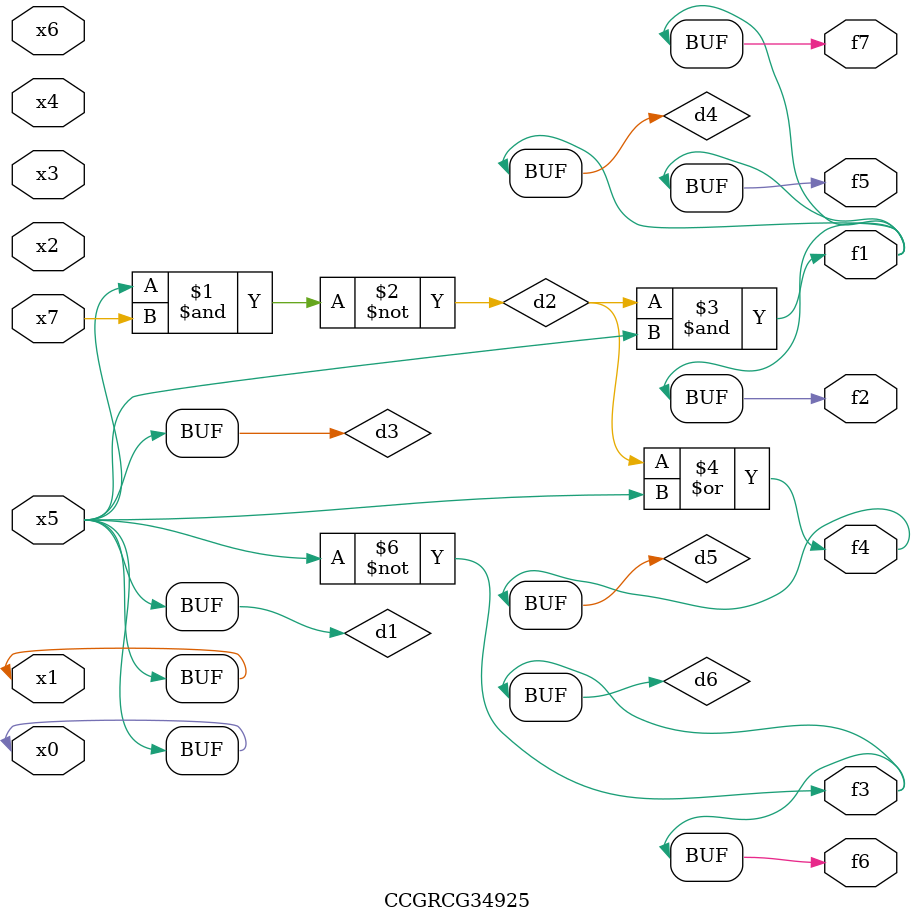
<source format=v>
module CCGRCG34925(
	input x0, x1, x2, x3, x4, x5, x6, x7,
	output f1, f2, f3, f4, f5, f6, f7
);

	wire d1, d2, d3, d4, d5, d6;

	buf (d1, x0, x5);
	nand (d2, x5, x7);
	buf (d3, x0, x1);
	and (d4, d2, d3);
	or (d5, d2, d3);
	nor (d6, d1, d3);
	assign f1 = d4;
	assign f2 = d4;
	assign f3 = d6;
	assign f4 = d5;
	assign f5 = d4;
	assign f6 = d6;
	assign f7 = d4;
endmodule

</source>
